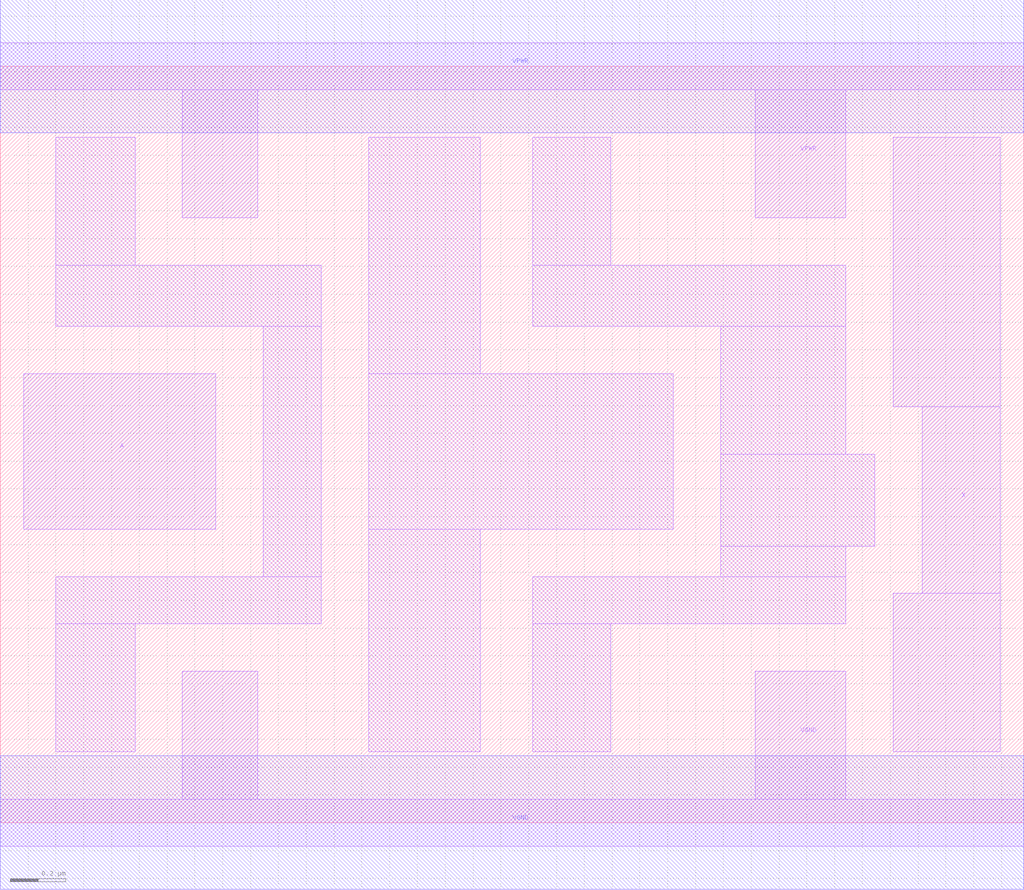
<source format=lef>
# Copyright 2020 The SkyWater PDK Authors
#
# Licensed under the Apache License, Version 2.0 (the "License");
# you may not use this file except in compliance with the License.
# You may obtain a copy of the License at
#
#     https://www.apache.org/licenses/LICENSE-2.0
#
# Unless required by applicable law or agreed to in writing, software
# distributed under the License is distributed on an "AS IS" BASIS,
# WITHOUT WARRANTIES OR CONDITIONS OF ANY KIND, either express or implied.
# See the License for the specific language governing permissions and
# limitations under the License.
#
# SPDX-License-Identifier: Apache-2.0

VERSION 5.5 ;
NAMESCASESENSITIVE ON ;
BUSBITCHARS "[]" ;
DIVIDERCHAR "/" ;
MACRO sky130_fd_sc_hd__dlygate4sd3_1
  CLASS CORE ;
  SOURCE USER ;
  ORIGIN  0.000000  0.000000 ;
  SIZE  3.680000 BY  2.720000 ;
  SYMMETRY X Y R90 ;
  SITE unithd ;
  PIN A
    ANTENNAGATEAREA  0.126000 ;
    DIRECTION INPUT ;
    USE SIGNAL ;
    PORT
      LAYER li1 ;
        RECT 0.085000 1.055000 0.775000 1.615000 ;
    END
  END A
  PIN X
    ANTENNADIFFAREA  0.429000 ;
    DIRECTION OUTPUT ;
    USE SIGNAL ;
    PORT
      LAYER li1 ;
        RECT 3.210000 0.255000 3.595000 0.825000 ;
        RECT 3.210000 1.495000 3.595000 2.465000 ;
        RECT 3.315000 0.825000 3.595000 1.495000 ;
    END
  END X
  PIN VGND
    DIRECTION INOUT ;
    SHAPE ABUTMENT ;
    USE GROUND ;
    PORT
      LAYER li1 ;
        RECT 0.000000 -0.085000 3.680000 0.085000 ;
        RECT 0.655000  0.085000 0.925000 0.545000 ;
        RECT 2.715000  0.085000 3.040000 0.545000 ;
    END
    PORT
      LAYER met1 ;
        RECT 0.000000 -0.240000 3.680000 0.240000 ;
    END
  END VGND
  PIN VNB
    DIRECTION INOUT ;
    USE GROUND ;
    PORT
    END
  END VNB
  PIN VPB
    DIRECTION INOUT ;
    USE POWER ;
    PORT
    END
  END VPB
  PIN VPWR
    DIRECTION INOUT ;
    SHAPE ABUTMENT ;
    USE POWER ;
    PORT
      LAYER li1 ;
        RECT 0.000000 2.635000 3.680000 2.805000 ;
        RECT 0.655000 2.175000 0.925000 2.635000 ;
        RECT 2.715000 2.175000 3.040000 2.635000 ;
    END
    PORT
      LAYER met1 ;
        RECT 0.000000 2.480000 3.680000 2.960000 ;
    END
  END VPWR
  OBS
    LAYER li1 ;
      RECT 0.200000 0.255000 0.485000 0.715000 ;
      RECT 0.200000 0.715000 1.155000 0.885000 ;
      RECT 0.200000 1.785000 1.155000 2.005000 ;
      RECT 0.200000 2.005000 0.485000 2.465000 ;
      RECT 0.945000 0.885000 1.155000 1.785000 ;
      RECT 1.325000 0.255000 1.725000 1.055000 ;
      RECT 1.325000 1.055000 2.420000 1.615000 ;
      RECT 1.325000 1.615000 1.725000 2.465000 ;
      RECT 1.915000 0.255000 2.195000 0.715000 ;
      RECT 1.915000 0.715000 3.040000 0.885000 ;
      RECT 1.915000 1.785000 3.040000 2.005000 ;
      RECT 1.915000 2.005000 2.195000 2.465000 ;
      RECT 2.590000 0.885000 3.040000 0.995000 ;
      RECT 2.590000 0.995000 3.145000 1.325000 ;
      RECT 2.590000 1.325000 3.040000 1.785000 ;
  END
END sky130_fd_sc_hd__dlygate4sd3_1
END LIBRARY

</source>
